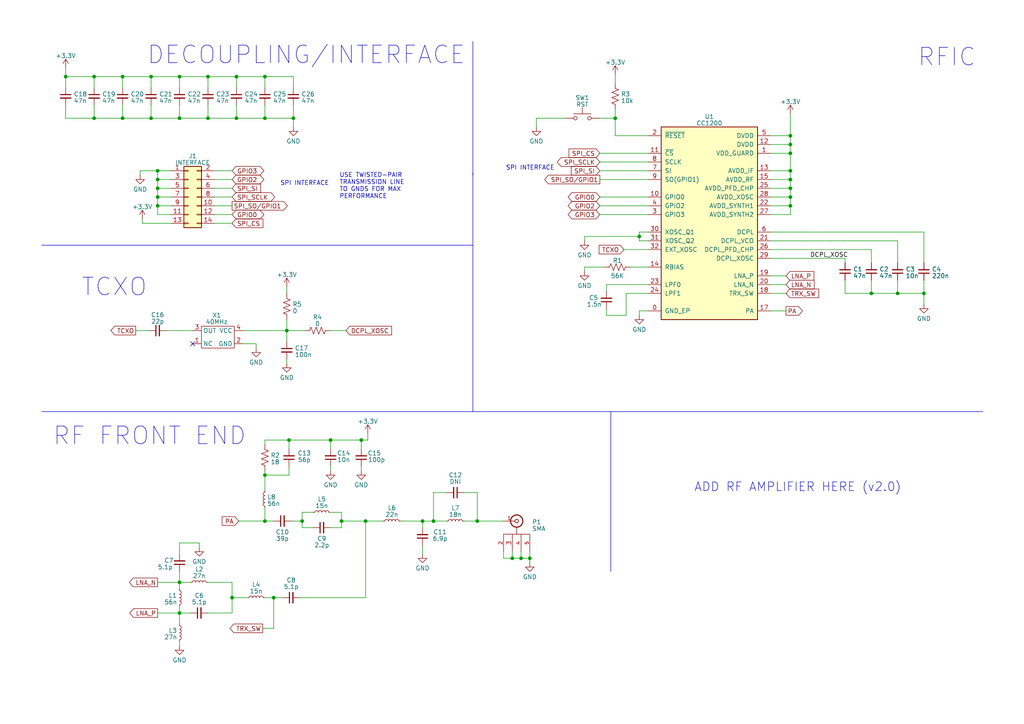
<source format=kicad_sch>
(kicad_sch (version 20230121) (generator eeschema)
  (paper "A4")
  (title_block (title "CC1200 Development Board") (date "11/12/2023") (rev "v1.0") (company "SOUTH CASCADE CONTRACTING LLC"))
  (lib_symbols
    (symbol "Connector_Generic:Conn_02x07_Odd_Even" (pin_names (offset 1.016) hide)
      (property "Reference" "J" (at 1.27 10.16 0))
      (property "Value" "Conn_02x07_Odd_Even" (at 1.27 -10.16 0))
      (symbol "Conn_02x07_Odd_Even_1_1"
        (rectangle (start -1.27 -7.493) (end 0 -7.747) (stroke (width 0.1524)))
        (rectangle (start -1.27 -4.953) (end 0 -5.207) (stroke (width 0.1524)))
        (rectangle (start -1.27 -2.413) (end 0 -2.667) (stroke (width 0.1524)))
        (rectangle (start -1.27 0.127) (end 0 -0.127) (stroke (width 0.1524)))
        (rectangle (start -1.27 2.667) (end 0 2.413) (stroke (width 0.1524)))
        (rectangle (start -1.27 5.207) (end 0 4.953) (stroke (width 0.1524)))
        (rectangle (start -1.27 7.747) (end 0 7.493) (stroke (width 0.1524)))
        (rectangle (start -1.27 8.89) (end 3.81 -8.89) (stroke (width 0.254)) (fill (type background)))
        (rectangle (start 3.81 -7.493) (end 2.54 -7.747) (stroke (width 0.1524)))
        (rectangle (start 3.81 -4.953) (end 2.54 -5.207) (stroke (width 0.1524)))
        (rectangle (start 3.81 -2.413) (end 2.54 -2.667) (stroke (width 0.1524)))
        (rectangle (start 3.81 0.127) (end 2.54 -0.127) (stroke (width 0.1524)))
        (rectangle (start 3.81 2.667) (end 2.54 2.413) (stroke (width 0.1524)))
        (rectangle (start 3.81 5.207) (end 2.54 4.953) (stroke (width 0.1524)))
        (rectangle (start 3.81 7.747) (end 2.54 7.493) (stroke (width 0.1524)))
        (pin passive line (at -5.08 7.62 0) (length 3.81) (name "Pin_1") (number "1"))
        (pin passive line (at 7.62 -2.54 180) (length 3.81) (name "Pin_10") (number "10"))
        (pin passive line (at -5.08 -5.08 0) (length 3.81) (name "Pin_11") (number "11"))
        (pin passive line (at 7.62 -5.08 180) (length 3.81) (name "Pin_12") (number "12"))
        (pin passive line (at -5.08 -7.62 0) (length 3.81) (name "Pin_13") (number "13"))
        (pin passive line (at 7.62 -7.62 180) (length 3.81) (name "Pin_14") (number "14"))
        (pin passive line (at 7.62 7.62 180) (length 3.81) (name "Pin_2") (number "2"))
        (pin passive line (at -5.08 5.08 0) (length 3.81) (name "Pin_3") (number "3"))
        (pin passive line (at 7.62 5.08 180) (length 3.81) (name "Pin_4") (number "4"))
        (pin passive line (at -5.08 2.54 0) (length 3.81) (name "Pin_5") (number "5"))
        (pin passive line (at 7.62 2.54 180) (length 3.81) (name "Pin_6") (number "6"))
        (pin passive line (at -5.08 0 0) (length 3.81) (name "Pin_7") (number "7"))
        (pin passive line (at 7.62 0 180) (length 3.81) (name "Pin_8") (number "8"))
        (pin passive line (at -5.08 -2.54 0) (length 3.81) (name "Pin_9") (number "9"))
      )
    )
    (symbol "Device:C_Small" (pin_numbers hide) (pin_names (offset 0.254) hide)
      (property "Reference" "C" (at 0.254 1.778 0))
      (property "Value" "C_Small" (at 0.254 -2.032 0))
      (symbol "C_Small_0_1"
        (polyline (pts (xy -1.524 -0.508) (xy 1.524 -0.508)) (stroke (width 0.3302)))
        (polyline (pts (xy -1.524 0.508) (xy 1.524 0.508)) (stroke (width 0.3048)))
      )
      (symbol "C_Small_1_1"
        (pin passive line (at 0 2.54 270) (length 2.032) (name "~") (number "1"))
        (pin passive line (at 0 -2.54 90) (length 2.032) (name "~") (number "2"))
      )
    )
    (symbol "Device:L_Small" (pin_numbers hide) (pin_names (offset 0.254) hide)
      (property "Reference" "L" (at 0.762 1.016 0))
      (property "Value" "L_Small" (at 0.762 -1.016 0))
      (symbol "L_Small_0_1"
        (arc (start 0 -2.032) (mid 0.5058 -1.524) (end 0 -1.016))
        (arc (start 0 -1.016) (mid 0.5058 -0.508) (end 0 0))
        (arc (start 0 0) (mid 0.5058 0.508) (end 0 1.016))
        (arc (start 0 1.016) (mid 0.5058 1.524) (end 0 2.032))
      )
      (symbol "L_Small_1_1"
        (pin passive line (at 0 2.54 270) (length 0.508) (name "~") (number "1"))
        (pin passive line (at 0 -2.54 90) (length 0.508) (name "~") (number "2"))
      )
    )
    (symbol "Device:R_US" (pin_numbers hide) (pin_names (offset 0))
      (property "Reference" "R" (at 2.54 0 90))
      (property "Value" "R_US" (at -2.54 0 90))
      (symbol "R_US_0_1"
        (polyline (pts (xy 0 -2.286) (xy 0 -2.54)))
        (polyline (pts (xy 0 2.286) (xy 0 2.54)))
        (polyline (pts (xy 0 -0.762) (xy 1.016 -1.143) (xy 0 -1.524) (xy -1.016 -1.905) (xy 0 -2.286)))
        (polyline (pts (xy 0 0.762) (xy 1.016 0.381) (xy 0 0) (xy -1.016 -0.381) (xy 0 -0.762)))
        (polyline (pts (xy 0 2.286) (xy 1.016 1.905) (xy 0 1.524) (xy -1.016 1.143) (xy 0 0.762)))
      )
      (symbol "R_US_1_1"
        (pin passive line (at 0 3.81 270) (length 1.27) (name "~") (number "1"))
        (pin passive line (at 0 -3.81 90) (length 1.27) (name "~") (number "2"))
      )
    )
    (symbol "RF:CC1200" (pin_names (offset 1.016))
      (property "Reference" "U1" (at 0 30.9499 0))
      (property "Value" "CC1200" (at 0 29.0289 0))
      (symbol "CC1200_0_1"
        (rectangle (start -13.97 27.94) (end 13.97 -27.94) (stroke (width 0.254)) (fill (type background)))
      )
      (symbol "CC1200_1_1"
        (pin power_in line (at -17.78 -25.4 0) (length 3.81) (name "GND_EP") (number "0"))
        (pin power_in line (at 17.78 20.32 180) (length 3.81) (name "VDD_GUARD") (number "1"))
        (pin bidirectional line (at -17.78 7.62 0) (length 3.81) (name "GPIO0") (number "10"))
        (pin input line (at -17.78 20.32 0) (length 3.81) (name "~{CS}") (number "11"))
        (pin power_in line (at 17.78 22.86 180) (length 3.81) (name "DVDD") (number "12"))
        (pin power_in line (at 17.78 15.24 180) (length 3.81) (name "AVDD_IF") (number "13"))
        (pin passive line (at -17.78 -12.7 0) (length 3.81) (name "RBIAS") (number "14"))
        (pin power_in line (at 17.78 12.7 180) (length 3.81) (name "AVDD_RF") (number "15"))
        (pin passive line (at 17.78 -25.4 180) (length 3.81) (name "PA") (number "17"))
        (pin passive line (at 17.78 -20.32 180) (length 3.81) (name "TRX_SW") (number "18"))
        (pin passive line (at 17.78 -15.24 180) (length 3.81) (name "LNA_P") (number "19"))
        (pin input line (at -17.78 25.4 0) (length 3.81) (name "~{RESET}") (number "2"))
        (pin passive line (at 17.78 -17.78 180) (length 3.81) (name "LNA_N") (number "20"))
        (pin power_out line (at 17.78 -5.08 180) (length 3.81) (name "DCPL_VCO") (number "21"))
        (pin power_in line (at 17.78 5.08 180) (length 3.81) (name "AVDD_SYNTH1") (number "22"))
        (pin passive line (at -17.78 -17.78 0) (length 3.81) (name "LPF0") (number "23"))
        (pin passive line (at -17.78 -20.32 0) (length 3.81) (name "LPF1") (number "24"))
        (pin power_in line (at 17.78 10.16 180) (length 3.81) (name "AVDD_PFD_CHP") (number "25"))
        (pin power_out line (at 17.78 -7.62 180) (length 3.81) (name "DCPL_PFD_CHP") (number "26"))
        (pin power_in line (at 17.78 2.54 180) (length 3.81) (name "AVDD_SYNTH2") (number "27"))
        (pin power_in line (at 17.78 7.62 180) (length 3.81) (name "AVDD_XOSC") (number "28"))
        (pin power_out line (at 17.78 -10.16 180) (length 3.81) (name "DCPL_XOSC") (number "29"))
        (pin bidirectional line (at -17.78 2.54 0) (length 3.81) (name "GPIO3") (number "3"))
        (pin passive line (at -17.78 -2.54 0) (length 3.81) (name "XOSC_Q1") (number "30"))
        (pin passive line (at -17.78 -5.08 0) (length 3.81) (name "XOSC_Q2") (number "31"))
        (pin input line (at -17.78 -7.62 0) (length 3.81) (name "EXT_XOSC") (number "32"))
        (pin bidirectional line (at -17.78 5.08 0) (length 3.81) (name "GPIO2") (number "4"))
        (pin power_in line (at 17.78 25.4 180) (length 3.81) (name "DVDD") (number "5"))
        (pin power_out line (at 17.78 -2.54 180) (length 3.81) (name "DCPL") (number "6"))
        (pin input line (at -17.78 15.24 0) (length 3.81) (name "SI") (number "7"))
        (pin input line (at -17.78 17.78 0) (length 3.81) (name "SCLK") (number "8"))
        (pin bidirectional line (at -17.78 12.7 0) (length 3.81) (name "SO(GPIO1)") (number "9"))
      )
    )
    (symbol "Switch:SW_Push" (pin_numbers hide) (pin_names (offset 1.016) hide)
      (property "Reference" "SW" (at 1.27 2.54 0))
      (property "Value" "SW_Push" (at 0 -1.524 0))
      (symbol "SW_Push_0_1"
        (circle (center -2.032 0) (radius 0.508))
        (polyline (pts (xy 0 1.27) (xy 0 3.048)))
        (polyline (pts (xy 2.54 1.27) (xy -2.54 1.27)))
        (circle (center 2.032 0) (radius 0.508))
        (pin passive line (at -5.08 0 0) (length 2.54) (name "1") (number "1"))
        (pin passive line (at 5.08 0 180) (length 2.54) (name "2") (number "2"))
      )
    )
    (symbol "TCXO:TG2520SMN-40.0000M"
      (property "Reference" "X1" (at 0 6.35 0))
      (property "Value" "40MHz" (at 0 4.445 0))
      (symbol "TG2520SMN-40.0000M_0_1"
        (rectangle (start -4.445 3.175) (end 5.08 -3.175))
      )
      (symbol "TG2520SMN-40.0000M_1_1"
        (pin input line (at -6.985 -1.905 0) (length 2.54) (name "NC") (number "1"))
        (pin input line (at 7.62 -1.905 180) (length 2.54) (name "GND") (number "2"))
        (pin output line (at -6.985 1.905 0) (length 2.54) (name "OUT") (number "3"))
        (pin input line (at 7.62 1.905 180) (length 2.54) (name "VCC") (number "4"))
      )
    )
    (symbol "amsat_te_amp:SMA" (pin_names (offset 1.016) hide)
      (property "Reference" "P" (at 0.254 3.048 0))
      (property "Value" "SMA" (at 2.794 -1.524 90))
      (symbol "SMA_0_1"
        (polyline (pts (xy -3.81 -3.81) (xy 3.81 -3.81)))
        (polyline (pts (xy 0 -3.81) (xy 0 -1.778)))
        (circle (center 0 0) (radius 0.508) (stroke (width 0.2032)))
        (circle (center 0 0) (radius 1.778) (stroke (width 0.3048)))
      )
      (symbol "SMA_1_1"
        (pin passive line (at -3.81 0 0) (length 3.302) (name "In") (number "1"))
        (pin passive line (at -3.81 -8.89 90) (length 5.08) (name "Body") (number "2"))
        (pin input line (at -1.27 -8.89 90) (length 5.08) (name "3") (number "3"))
        (pin passive line (at 1.27 -8.89 90) (length 5.08) (name "4") (number "4"))
        (pin passive line (at 3.81 -8.89 90) (length 5.08) (name "5") (number "5"))
      )
    )
    (symbol "power:+3.3V" (power) (pin_names (offset 0))
      (property "Value" "+3.3V" (at 0 3.556 0))
      (symbol "+3.3V_0_1"
        (polyline (pts (xy -0.762 1.27) (xy 0 2.54)))
        (polyline (pts (xy 0 0) (xy 0 2.54)))
        (polyline (pts (xy 0 2.54) (xy 0.762 1.27)))
      )
      (symbol "+3.3V_1_1"
        (pin power_in line (at 0 0 90) (length 0) hide (name "+3.3V") (number "1"))
      )
    )
    (symbol "power:GND" (power) (pin_names (offset 0))
      (property "Value" "GND" (at 0 -3.81 0))
      (symbol "GND_0_1"
        (polyline (pts (xy 0 0) (xy 0 -1.27) (xy 1.27 -1.27) (xy 0 -2.54) (xy -1.27 -1.27) (xy 0 -1.27)))
      )
      (symbol "GND_1_1"
        (pin power_in line (at 0 0 270) (length 0) hide (name "GND") (number "1"))
      )
    )
  )
  (junction (at 27.305 34.29))
  (junction (at 148.59 161.925))
  (junction (at 125.73 151.13))
  (junction (at 122.555 151.13))
  (junction (at 76.835 34.29))
  (junction (at 85.09 34.29))
  (junction (at 178.435 34.29))
  (junction (at 229.235 44.45))
  (junction (at 52.07 177.8))
  (junction (at 52.07 34.29))
  (junction (at 43.815 22.225))
  (junction (at 83.82 127.635))
  (junction (at 76.835 151.13))
  (junction (at 45.72 52.07))
  (junction (at 43.815 34.29))
  (junction (at 99.06 151.13))
  (junction (at 27.305 22.225))
  (junction (at 104.775 127.635))
  (junction (at 52.07 22.225))
  (junction (at 229.235 41.91))
  (junction (at 229.235 49.53))
  (junction (at 252.73 85.09))
  (junction (at 45.72 49.53))
  (junction (at 106.045 151.13))
  (junction (at 87.63 151.13))
  (junction (at 76.835 22.225))
  (junction (at 260.35 85.09))
  (junction (at 45.72 59.69))
  (junction (at 68.58 22.225))
  (junction (at 52.07 168.91))
  (junction (at 229.235 39.37))
  (junction (at 229.235 52.07))
  (junction (at 95.885 127.635))
  (junction (at 67.31 173.355))
  (junction (at 151.13 161.925))
  (junction (at 35.56 22.225))
  (junction (at 76.835 137.795))
  (junction (at 138.43 151.13))
  (junction (at 229.235 59.69))
  (junction (at 229.235 57.15))
  (junction (at 83.185 95.885))
  (junction (at 35.56 34.29))
  (junction (at 19.05 22.225))
  (junction (at 229.235 54.61))
  (junction (at 68.58 34.29))
  (junction (at 60.325 22.225))
  (junction (at 267.97 85.09))
  (junction (at 45.72 57.15))
  (junction (at 45.72 54.61))
  (junction (at 79.375 173.355))
  (junction (at 185.42 68.58))
  (junction (at 60.325 34.29))
  (junction (at 153.67 161.925))
  (no_connect (at 55.88 99.695))
  (wire (pts (xy 95.885 127.635) (xy 104.775 127.635)))
  (wire (pts (xy 19.05 19.685) (xy 19.05 22.225)))
  (wire (pts (xy 68.58 22.225) (xy 68.58 25.4)))
  (wire (pts (xy 223.52 72.39) (xy 252.73 72.39)))
  (wire (pts (xy 229.235 33.02) (xy 229.235 39.37)))
  (wire (pts (xy 138.43 142.875) (xy 138.43 151.13)))
  (wire (pts (xy 49.53 64.77) (xy 41.275 64.77)))
  (wire (pts (xy 185.42 90.17) (xy 185.42 91.44)))
  (wire (pts (xy 185.42 69.85) (xy 187.96 69.85)))
  (wire (pts (xy 67.31 177.8) (xy 67.31 173.355)))
  (wire (pts (xy 27.305 30.48) (xy 27.305 34.29)))
  (wire (pts (xy 60.325 177.8) (xy 67.31 177.8)))
  (wire (pts (xy 173.99 44.45) (xy 187.96 44.45)))
  (wire (pts (xy 260.35 81.28) (xy 260.35 85.09)))
  (wire (pts (xy 229.235 49.53) (xy 229.235 52.07)))
  (wire (pts (xy 229.235 41.91) (xy 229.235 44.45)))
  (wire (pts (xy 106.68 125.73) (xy 106.68 127.635)))
  (wire (pts (xy 52.07 165.735) (xy 52.07 168.91)))
  (wire (pts (xy 52.07 157.48) (xy 57.785 157.48)))
  (wire (pts (xy 122.555 151.13) (xy 122.555 153.035)))
  (wire (pts (xy 68.58 30.48) (xy 68.58 34.29)))
  (polyline (pts (xy 177.165 119.38) (xy 285.115 119.38)))
  (wire (pts (xy 43.815 22.225) (xy 43.815 25.4)))
  (wire (pts (xy 173.99 34.29) (xy 178.435 34.29)))
  (wire (pts (xy 95.885 148.59) (xy 99.06 148.59)))
  (wire (pts (xy 122.555 151.13) (xy 125.73 151.13)))
  (wire (pts (xy 173.99 46.99) (xy 187.96 46.99)))
  (wire (pts (xy 52.07 175.895) (xy 52.07 177.8)))
  (wire (pts (xy 182.88 77.47) (xy 187.96 77.47)))
  (wire (pts (xy 173.99 59.69) (xy 187.96 59.69)))
  (wire (pts (xy 76.835 127.635) (xy 76.835 128.905)))
  (wire (pts (xy 35.56 22.225) (xy 43.815 22.225)))
  (wire (pts (xy 223.52 54.61) (xy 229.235 54.61)))
  (wire (pts (xy 173.99 49.53) (xy 187.96 49.53)))
  (polyline (pts (xy 137.16 12.065) (xy 137.16 119.38)))
  (wire (pts (xy 45.72 49.53) (xy 45.72 52.07)))
  (wire (pts (xy 52.07 160.655) (xy 52.07 157.48)))
  (wire (pts (xy 223.52 49.53) (xy 229.235 49.53)))
  (wire (pts (xy 35.56 22.225) (xy 35.56 25.4)))
  (wire (pts (xy 35.56 30.48) (xy 35.56 34.29)))
  (wire (pts (xy 116.205 151.13) (xy 122.555 151.13)))
  (wire (pts (xy 95.885 135.255) (xy 95.885 136.525)))
  (wire (pts (xy 175.895 84.455) (xy 175.895 82.55)))
  (wire (pts (xy 175.895 82.55) (xy 187.96 82.55)))
  (wire (pts (xy 223.52 44.45) (xy 229.235 44.45)))
  (wire (pts (xy 87.63 151.13) (xy 84.455 151.13)))
  (wire (pts (xy 129.54 142.875) (xy 125.73 142.875)))
  (wire (pts (xy 49.53 49.53) (xy 45.72 49.53)))
  (wire (pts (xy 83.82 127.635) (xy 76.835 127.635)))
  (wire (pts (xy 76.835 137.795) (xy 83.82 137.795)))
  (wire (pts (xy 45.72 59.69) (xy 45.72 62.23)))
  (wire (pts (xy 52.07 34.29) (xy 43.815 34.29)))
  (wire (pts (xy 83.185 104.14) (xy 83.185 105.41)))
  (wire (pts (xy 252.73 81.28) (xy 252.73 85.09)))
  (wire (pts (xy 83.185 92.71) (xy 83.185 95.885)))
  (polyline (pts (xy 12.065 119.38) (xy 177.165 119.38)))
  (wire (pts (xy 45.72 168.91) (xy 52.07 168.91)))
  (wire (pts (xy 43.815 30.48) (xy 43.815 34.29)))
  (wire (pts (xy 87.63 153.035) (xy 90.805 153.035)))
  (wire (pts (xy 173.99 52.07) (xy 187.96 52.07)))
  (wire (pts (xy 43.815 34.29) (xy 35.56 34.29)))
  (wire (pts (xy 76.2 182.245) (xy 79.375 182.245)))
  (wire (pts (xy 45.72 52.07) (xy 45.72 54.61)))
  (wire (pts (xy 76.835 147.32) (xy 76.835 151.13)))
  (wire (pts (xy 178.435 21.59) (xy 178.435 24.13)))
  (wire (pts (xy 76.835 22.225) (xy 85.09 22.225)))
  (wire (pts (xy 52.07 22.225) (xy 60.325 22.225)))
  (wire (pts (xy 45.72 52.07) (xy 49.53 52.07)))
  (wire (pts (xy 175.895 91.44) (xy 175.895 89.535)))
  (wire (pts (xy 62.23 57.15) (xy 67.31 57.15)))
  (wire (pts (xy 229.235 54.61) (xy 229.235 57.15)))
  (wire (pts (xy 76.835 30.48) (xy 76.835 34.29)))
  (wire (pts (xy 104.775 127.635) (xy 106.68 127.635)))
  (wire (pts (xy 60.325 34.29) (xy 68.58 34.29)))
  (wire (pts (xy 45.72 57.15) (xy 45.72 59.69)))
  (wire (pts (xy 69.215 151.13) (xy 76.835 151.13)))
  (wire (pts (xy 52.07 177.8) (xy 55.245 177.8)))
  (polyline (pts (xy 12.065 71.12) (xy 137.16 71.12)))
  (wire (pts (xy 181.61 85.09) (xy 187.96 85.09)))
  (wire (pts (xy 134.62 151.13) (xy 138.43 151.13)))
  (wire (pts (xy 185.42 68.58) (xy 169.545 68.58)))
  (wire (pts (xy 178.435 34.29) (xy 178.435 39.37)))
  (wire (pts (xy 245.11 74.93) (xy 245.11 76.2)))
  (wire (pts (xy 27.305 22.225) (xy 35.56 22.225)))
  (wire (pts (xy 223.52 57.15) (xy 229.235 57.15)))
  (wire (pts (xy 223.52 82.55) (xy 227.965 82.55)))
  (wire (pts (xy 146.05 161.925) (xy 148.59 161.925)))
  (wire (pts (xy 181.61 91.44) (xy 175.895 91.44)))
  (wire (pts (xy 151.13 161.925) (xy 153.67 161.925)))
  (wire (pts (xy 173.99 62.23) (xy 187.96 62.23)))
  (wire (pts (xy 229.235 59.69) (xy 229.235 62.23)))
  (wire (pts (xy 67.31 173.355) (xy 71.755 173.355)))
  (wire (pts (xy 185.42 90.17) (xy 187.96 90.17)))
  (wire (pts (xy 223.52 39.37) (xy 229.235 39.37)))
  (wire (pts (xy 106.045 151.13) (xy 106.045 173.355)))
  (wire (pts (xy 60.325 30.48) (xy 60.325 34.29)))
  (wire (pts (xy 76.835 136.525) (xy 76.835 137.795)))
  (wire (pts (xy 48.26 95.885) (xy 55.88 95.885)))
  (wire (pts (xy 146.05 160.02) (xy 146.05 161.925)))
  (wire (pts (xy 52.07 177.8) (xy 52.07 180.975)))
  (wire (pts (xy 173.99 57.15) (xy 187.96 57.15)))
  (wire (pts (xy 153.67 161.925) (xy 153.67 163.195)))
  (wire (pts (xy 148.59 160.02) (xy 148.59 161.925)))
  (wire (pts (xy 49.53 59.69) (xy 45.72 59.69)))
  (wire (pts (xy 122.555 158.115) (xy 122.555 160.655)))
  (wire (pts (xy 35.56 34.29) (xy 27.305 34.29)))
  (wire (pts (xy 229.235 44.45) (xy 229.235 49.53)))
  (wire (pts (xy 125.73 151.13) (xy 129.54 151.13)))
  (wire (pts (xy 40.64 49.53) (xy 45.72 49.53)))
  (wire (pts (xy 169.545 77.47) (xy 175.26 77.47)))
  (wire (pts (xy 85.09 25.4) (xy 85.09 22.225)))
  (wire (pts (xy 181.61 85.09) (xy 181.61 91.44)))
  (wire (pts (xy 60.325 22.225) (xy 60.325 25.4)))
  (polyline (pts (xy 177.165 165.735) (xy 177.165 119.38)))
  (wire (pts (xy 52.07 168.91) (xy 55.245 168.91)))
  (wire (pts (xy 151.13 160.02) (xy 151.13 161.925)))
  (wire (pts (xy 95.885 95.885) (xy 100.33 95.885)))
  (wire (pts (xy 70.485 95.885) (xy 83.185 95.885)))
  (wire (pts (xy 223.52 85.09) (xy 227.965 85.09)))
  (wire (pts (xy 79.375 173.355) (xy 79.375 182.245)))
  (wire (pts (xy 95.885 127.635) (xy 95.885 130.175)))
  (wire (pts (xy 19.05 34.29) (xy 19.05 30.48)))
  (wire (pts (xy 106.045 151.13) (xy 111.125 151.13)))
  (wire (pts (xy 19.05 25.4) (xy 19.05 22.225)))
  (wire (pts (xy 87.63 148.59) (xy 90.805 148.59)))
  (wire (pts (xy 62.23 59.69) (xy 67.31 59.69)))
  (wire (pts (xy 49.53 62.23) (xy 45.72 62.23)))
  (wire (pts (xy 153.67 161.925) (xy 153.67 160.02)))
  (wire (pts (xy 39.37 95.885) (xy 43.18 95.885)))
  (wire (pts (xy 87.63 151.13) (xy 87.63 153.035)))
  (wire (pts (xy 83.82 130.175) (xy 83.82 127.635)))
  (wire (pts (xy 245.11 81.28) (xy 245.11 85.09)))
  (wire (pts (xy 62.23 62.23) (xy 67.31 62.23)))
  (wire (pts (xy 99.06 151.13) (xy 99.06 153.035)))
  (wire (pts (xy 67.31 168.91) (xy 60.325 168.91)))
  (wire (pts (xy 155.575 34.29) (xy 155.575 36.83)))
  (polyline (pts (xy 137.16 50.8) (xy 137.16 50.165)))
  (wire (pts (xy 104.775 135.255) (xy 104.775 136.525)))
  (wire (pts (xy 223.52 90.17) (xy 227.965 90.17)))
  (wire (pts (xy 45.72 54.61) (xy 49.53 54.61)))
  (wire (pts (xy 185.42 67.31) (xy 185.42 68.58)))
  (wire (pts (xy 52.07 30.48) (xy 52.07 34.29)))
  (wire (pts (xy 252.73 72.39) (xy 252.73 76.2)))
  (wire (pts (xy 134.62 142.875) (xy 138.43 142.875)))
  (wire (pts (xy 83.185 95.885) (xy 88.265 95.885)))
  (wire (pts (xy 60.325 22.225) (xy 68.58 22.225)))
  (wire (pts (xy 83.185 95.885) (xy 83.185 99.06)))
  (wire (pts (xy 169.545 77.47) (xy 169.545 78.74)))
  (wire (pts (xy 178.435 31.75) (xy 178.435 34.29)))
  (wire (pts (xy 229.235 39.37) (xy 229.235 41.91)))
  (wire (pts (xy 229.235 57.15) (xy 229.235 59.69)))
  (wire (pts (xy 267.97 85.09) (xy 267.97 88.265)))
  (wire (pts (xy 76.835 173.355) (xy 79.375 173.355)))
  (wire (pts (xy 260.35 85.09) (xy 267.97 85.09)))
  (wire (pts (xy 125.73 142.875) (xy 125.73 151.13)))
  (wire (pts (xy 267.97 85.09) (xy 267.97 81.28)))
  (wire (pts (xy 223.52 69.85) (xy 260.35 69.85)))
  (wire (pts (xy 41.275 63.5) (xy 41.275 64.77)))
  (wire (pts (xy 45.72 54.61) (xy 45.72 57.15)))
  (wire (pts (xy 68.58 22.225) (xy 76.835 22.225)))
  (wire (pts (xy 62.23 49.53) (xy 67.31 49.53)))
  (wire (pts (xy 163.83 34.29) (xy 155.575 34.29)))
  (wire (pts (xy 52.07 168.91) (xy 52.07 170.815)))
  (wire (pts (xy 169.545 68.58) (xy 169.545 69.85)))
  (wire (pts (xy 223.52 74.93) (xy 245.11 74.93)))
  (wire (pts (xy 138.43 151.13) (xy 146.05 151.13)))
  (wire (pts (xy 43.815 22.225) (xy 52.07 22.225)))
  (wire (pts (xy 185.42 68.58) (xy 185.42 69.85)))
  (wire (pts (xy 223.52 52.07) (xy 229.235 52.07)))
  (wire (pts (xy 76.835 151.13) (xy 79.375 151.13)))
  (wire (pts (xy 83.82 137.795) (xy 83.82 135.255)))
  (wire (pts (xy 245.11 85.09) (xy 252.73 85.09)))
  (wire (pts (xy 62.23 64.77) (xy 67.31 64.77)))
  (wire (pts (xy 62.23 52.07) (xy 67.31 52.07)))
  (wire (pts (xy 267.97 67.31) (xy 267.97 76.2)))
  (wire (pts (xy 79.375 173.355) (xy 81.915 173.355)))
  (wire (pts (xy 180.975 72.39) (xy 187.96 72.39)))
  (wire (pts (xy 85.09 34.29) (xy 85.09 36.83)))
  (wire (pts (xy 187.96 67.31) (xy 185.42 67.31)))
  (wire (pts (xy 187.96 39.37) (xy 178.435 39.37)))
  (wire (pts (xy 68.58 34.29) (xy 76.835 34.29)))
  (wire (pts (xy 85.09 30.48) (xy 85.09 34.29)))
  (wire (pts (xy 76.835 22.225) (xy 76.835 25.4)))
  (wire (pts (xy 83.82 127.635) (xy 95.885 127.635)))
  (wire (pts (xy 76.835 34.29) (xy 85.09 34.29)))
  (wire (pts (xy 45.72 177.8) (xy 52.07 177.8)))
  (wire (pts (xy 74.295 99.695) (xy 74.295 100.965)))
  (wire (pts (xy 27.305 34.29) (xy 19.05 34.29)))
  (wire (pts (xy 86.995 173.355) (xy 106.045 173.355)))
  (wire (pts (xy 148.59 161.925) (xy 151.13 161.925)))
  (wire (pts (xy 62.23 54.61) (xy 67.31 54.61)))
  (wire (pts (xy 229.235 52.07) (xy 229.235 54.61)))
  (wire (pts (xy 104.775 127.635) (xy 104.775 130.175)))
  (wire (pts (xy 223.52 62.23) (xy 229.235 62.23)))
  (wire (pts (xy 52.07 22.225) (xy 52.07 25.4)))
  (wire (pts (xy 252.73 85.09) (xy 260.35 85.09)))
  (wire (pts (xy 27.305 22.225) (xy 27.305 25.4)))
  (wire (pts (xy 223.52 41.91) (xy 229.235 41.91)))
  (wire (pts (xy 99.06 151.13) (xy 106.045 151.13)))
  (wire (pts (xy 223.52 80.01) (xy 227.965 80.01)))
  (wire (pts (xy 45.72 57.15) (xy 49.53 57.15)))
  (wire (pts (xy 70.485 99.695) (xy 74.295 99.695)))
  (wire (pts (xy 40.64 49.53) (xy 40.64 50.8)))
  (wire (pts (xy 87.63 148.59) (xy 87.63 151.13)))
  (wire (pts (xy 99.06 153.035) (xy 95.885 153.035)))
  (wire (pts (xy 99.06 148.59) (xy 99.06 151.13)))
  (wire (pts (xy 52.07 34.29) (xy 60.325 34.29)))
  (wire (pts (xy 223.52 67.31) (xy 267.97 67.31)))
  (wire (pts (xy 260.35 69.85) (xy 260.35 76.2)))
  (wire (pts (xy 67.31 173.355) (xy 67.31 168.91)))
  (wire (pts (xy 76.835 137.795) (xy 76.835 142.24)))
  (wire (pts (xy 19.05 22.225) (xy 27.305 22.225)))
  (wire (pts (xy 223.52 59.69) (xy 229.235 59.69)))
  (wire (pts (xy 83.185 83.185) (xy 83.185 85.09)))
  (wire (pts (xy 57.785 157.48) (xy 57.785 158.75)))
  (wire (pts (xy 52.07 186.055) (xy 52.07 187.325)))
  (text "RFIC" (at 266.065 19.685 0) (effects (font (size 5.08 5.08)) (justify left bottom)))
  (text "TCXO" (at 23.495 86.36 0) (effects (font (size 5.08 5.08)) (justify left bottom)))
  (text "RF FRONT END\n" (at 15.24 129.54 0) (effects (font (size 5.08 5.08)) (justify left bottom)))
  (text "ADD RF AMPLIFIER HERE (v2.0)" (at 201.295 142.875 0) (effects (font (size 2.54 2.54)) (justify left bottom)))
  (text "DECOUPLING/INTERFACE\n" (at 42.545 19.05 0) (effects (font (size 5.08 5.08)) (justify left bottom)))
  (text "USE TWISTED-PAIR \nTRANSMISSION LINE\nTO GNDS FOR MAX\nPERFORMANCE" (at 98.425 57.785 0) (effects (font (size 1.27 1.27)) (justify left bottom)))
  (text "SPI INTERFACE\n" (at 81.28 53.975 0) (effects (font (size 1.27 1.27)) (justify left bottom)))
  (text "SPI INTERFACE\n" (at 146.685 49.53 0) (effects (font (size 1.27 1.27)) (justify left bottom)))
  (label "PA_PULLUP" (at 76.835 140.97 0))
  (label "RX_IN" (at 62.865 168.91 0))
  (label "ANT_OUT_C" (at 118.745 151.13 0))
  (label "DCPL_PFD_CHP" (at 234.95 72.39 0))
  (label "DCPL_VCO" (at 234.95 69.85 0))
  (label "LFP1" (at 181.61 85.09 0))
  (label "DCPL_XOSC" (at 234.95 74.93 0))
  (label "PA_OUT" (at 85.725 151.13 0))
  (label "ANT_OUT" (at 139.7 151.13 0))
  (label "DCPL" (at 234.95 67.31 0))
  (label "TCXO_OUT" (at 48.895 95.885 0) (effects (font (size 0.254 0.254))))
  (label "RESET" (at 179.705 39.37 0))
  (label "FILTER_IN" (at 100.965 151.13 0))
  (label "LFP0" (at 181.61 82.55 0))
  (global_label "GPIO3" (shape bidirectional) (at 67.31 49.53 0) (property "Intersheetrefs" "${INTERSHEET_REFS}" (effects hide)))
  (global_label "SPI_CS" (shape input) (at 173.99 44.45 180) (property "Intersheetrefs" "${INTERSHEET_REFS}" (effects hide)))
  (global_label "PA" (shape output) (at 227.965 90.17 0) (property "Intersheetrefs" "${INTERSHEET_REFS}" (effects hide)))
  (global_label "LNA_P" (shape output) (at 45.72 177.8 180) (property "Intersheetrefs" "${INTERSHEET_REFS}" (effects hide)))
  (global_label "SPI_SO{slash}GPIO1" (shape output) (at 173.99 52.07 180) (property "Intersheetrefs" "${INTERSHEET_REFS}" (effects hide)))
  (global_label "LNA_P" (shape input) (at 227.965 80.01 0) (property "Intersheetrefs" "${INTERSHEET_REFS}" (effects hide)))
  (global_label "TRX_SW" (shape output) (at 76.2 182.245 180) (property "Intersheetrefs" "${INTERSHEET_REFS}" (effects hide)))
  (global_label "TCXO" (shape output) (at 39.37 95.885 180) (property "Intersheetrefs" "${INTERSHEET_REFS}" (effects hide)))
  (global_label "SPI_SI" (shape input) (at 67.31 54.61 0) (property "Intersheetrefs" "${INTERSHEET_REFS}" (effects hide)))
  (global_label "DCPL_XOSC" (shape input) (at 100.33 95.885 0) (property "Intersheetrefs" "${INTERSHEET_REFS}" (effects hide)))
  (global_label "SPI_SI" (shape input) (at 173.99 49.53 180) (property "Intersheetrefs" "${INTERSHEET_REFS}" (effects hide)))
  (global_label "TCXO" (shape input) (at 180.975 72.39 180) (property "Intersheetrefs" "${INTERSHEET_REFS}" (effects hide)))
  (global_label "LNA_N" (shape output) (at 45.72 168.91 180) (property "Intersheetrefs" "${INTERSHEET_REFS}" (effects hide)))
  (global_label "GPIO0" (shape bidirectional) (at 67.31 62.23 0) (property "Intersheetrefs" "${INTERSHEET_REFS}" (effects hide)))
  (global_label "SPI_CS" (shape input) (at 67.31 64.77 0) (property "Intersheetrefs" "${INTERSHEET_REFS}" (effects hide)))
  (global_label "GPIO3" (shape bidirectional) (at 173.99 62.23 180) (property "Intersheetrefs" "${INTERSHEET_REFS}" (effects hide)))
  (global_label "GPIO2" (shape bidirectional) (at 67.31 52.07 0) (property "Intersheetrefs" "${INTERSHEET_REFS}" (effects hide)))
  (global_label "SPI_SO{slash}GPIO1" (shape output) (at 67.31 59.69 0) (property "Intersheetrefs" "${INTERSHEET_REFS}" (effects hide)))
  (global_label "TRX_SW" (shape input) (at 227.965 85.09 0) (property "Intersheetrefs" "${INTERSHEET_REFS}" (effects hide)))
  (global_label "LNA_N" (shape input) (at 227.965 82.55 0) (property "Intersheetrefs" "${INTERSHEET_REFS}" (effects hide)))
  (global_label "GPIO2" (shape bidirectional) (at 173.99 59.69 180) (property "Intersheetrefs" "${INTERSHEET_REFS}" (effects hide)))
  (global_label "SPI_SCLK" (shape bidirectional) (at 173.99 46.99 180) (property "Intersheetrefs" "${INTERSHEET_REFS}" (effects hide)))
  (global_label "PA" (shape input) (at 69.215 151.13 180) (property "Intersheetrefs" "${INTERSHEET_REFS}" (effects hide)))
  (global_label "GPIO0" (shape bidirectional) (at 173.99 57.15 180) (property "Intersheetrefs" "${INTERSHEET_REFS}" (effects hide)))
  (global_label "SPI_SCLK" (shape bidirectional) (at 67.31 57.15 0) (property "Intersheetrefs" "${INTERSHEET_REFS}" (effects hide)))
  (symbol (lib_id "Device:C_Small") (at 122.555 155.575 180) (unit 1)
    (property "Reference" "C11" (at 127.635 154.305 0))
    (property "Value" "6.9p" (at 127.635 156.21 0))
    (property "Footprint" "Capacitor_SMD:C_0402_1005Metric_Pad0.74x0.62mm_HandSolder" (effects hide))
    (property "Datasheet" "https://www.mouser.com/ProductDetail/Murata-Electronics/GJM1555C1H6R9BB01D?qs=YLLXL5qGyDsEYZHuaZzB0A%3D%3D" (effects hide))
  )
  (symbol (lib_id "power:GND") (at 57.785 158.75 0) (unit 1)
    (property "Reference" "#PWR07" (effects hide))
    (property "Value" "GND" (at 57.785 162.8855 0))
  )
  (symbol (lib_id "power:GND") (at 104.775 136.525 0) (unit 1)
    (property "Reference" "#PWR011" (effects hide))
    (property "Value" "GND" (at 104.775 140.6605 0))
  )
  (symbol (lib_id "Device:C_Small") (at 76.835 27.94 0) (unit 1)
    (property "Reference" "C25" (at 79.1591 27.3026 0) (effects (justify left)))
    (property "Value" "47n" (at 79.1591 29.2236 0) (effects (justify left)))
    (property "Footprint" "Capacitor_SMD:C_0402_1005Metric_Pad0.74x0.62mm_HandSolder" (effects hide))
    (property "Datasheet" "https://www.mouser.com/datasheet/2/281/1/GRM155R71C473JA01_01A-1983976.pdf" (effects hide))
    (property "Name" "GRM155R71C473JA01D" (effects hide))
  )
  (symbol (lib_id "Device:L_Small") (at 52.07 183.515 0) (unit 1)
    (property "Reference" "L3" (at 48.895 182.88 0) (effects (justify left)))
    (property "Value" "27n" (at 47.625 184.785 0) (effects (justify left)))
    (property "Footprint" "Inductor_SMD:L_0402_1005Metric_Pad0.77x0.64mm_HandSolder" (effects hide))
    (property "Name" "7447840127" (effects hide))
  )
  (symbol (lib_id "Device:C_Small") (at 19.05 27.94 0) (unit 1)
    (property "Reference" "C18" (at 21.3741 27.3026 0) (effects (justify left)))
    (property "Value" "47n" (at 21.3741 29.2236 0) (effects (justify left)))
    (property "Footprint" "Capacitor_SMD:C_0402_1005Metric_Pad0.74x0.62mm_HandSolder" (effects hide))
    (property "Datasheet" "https://www.mouser.com/datasheet/2/281/1/GRM155R71C473JA01_01A-1983976.pdf" (effects hide))
    (property "Name" "GRM155R71C473JA01D" (effects hide))
  )
  (symbol (lib_id "Device:C_Small") (at 60.325 27.94 0) (unit 1)
    (property "Reference" "C23" (at 62.6491 27.3026 0) (effects (justify left)))
    (property "Value" "47n" (at 62.6491 29.2236 0) (effects (justify left)))
    (property "Footprint" "Capacitor_SMD:C_0402_1005Metric_Pad0.74x0.62mm_HandSolder" (effects hide))
    (property "Datasheet" "https://www.mouser.com/datasheet/2/281/1/GRM155R71C473JA01_01A-1983976.pdf" (effects hide))
    (property "Name" "GRM155R71C473JA01D" (effects hide))
  )
  (symbol (lib_id "power:+3.3V") (at 19.05 19.685 0) (unit 1)
    (property "Reference" "#PWR017" (effects hide))
    (property "Value" "+3.3V" (at 19.05 16.1831 0))
  )
  (symbol (lib_id "power:+3.3V") (at 41.275 63.5 0) (unit 1)
    (property "Reference" "#PWR023" (effects hide))
    (property "Value" "+3.3V" (at 41.275 59.9981 0))
  )
  (symbol (lib_id "Device:C_Small") (at 57.785 177.8 90) (unit 1)
    (property "Reference" "C6" (at 57.785 172.72 90))
    (property "Value" "5.1p" (at 57.785 174.625 90))
    (property "Footprint" "Capacitor_SMD:C_0402_1005Metric_Pad0.74x0.62mm_HandSolder" (effects hide))
    (property "Name" "GRM0335C1H5R1CA01D" (effects hide))
  )
  (symbol (lib_id "power:+3.3V") (at 178.435 21.59 0) (unit 1)
    (property "Reference" "#PWR021" (effects hide))
    (property "Value" "+3.3V" (at 178.435 18.0881 0))
  )
  (symbol (lib_id "RF:CC1200") (at 205.74 64.77 0) (unit 1)
    (property "Reference" "U1" (at 205.74 33.8201 0))
    (property "Value" "CC1200" (at 205.74 35.7411 0))
    (property "Footprint" "TI_Custom:CC1200" (effects hide))
    (property "Datasheet" "http://www.ti.com/lit/ds/symlink/cc1200.pdf" (effects hide))
    (property "Name" "CC1200" (effects hide))
  )
  (symbol (lib_id "Device:C_Small") (at 252.73 78.74 180) (unit 1)
    (property "Reference" "C2" (at 255.0541 78.0899 0) (effects (justify right)))
    (property "Value" "47n" (at 255.0541 80.0109 0) (effects (justify right)))
    (property "Footprint" "Capacitor_SMD:C_0402_1005Metric_Pad0.74x0.62mm_HandSolder" (effects hide))
    (property "Datasheet" "https://www.mouser.com/datasheet/2/281/1/GRM155R71C473JA01_01A-1983976.pdf" (effects hide))
    (property "Name" "GRM155R71C473JA01D" (effects hide))
  )
  (symbol (lib_id "Device:C_Small") (at 267.97 78.74 180) (unit 1)
    (property "Reference" "C4" (at 270.2941 78.0899 0) (effects (justify right)))
    (property "Value" "220n" (at 270.2941 80.0109 0) (effects (justify right)))
    (property "Footprint" "Capacitor_SMD:C_0402_1005Metric_Pad0.74x0.62mm_HandSolder" (effects hide))
    (property "Datasheet" "https://www.mouser.com/datasheet/2/281/1/GRM155R61E224KE01_01A-1983877.pdf" (effects hide))
    (property "Name" "GRM155R61E224KE01D" (effects hide))
  )
  (symbol (lib_id "Device:C_Small") (at 85.09 27.94 0) (unit 1)
    (property "Reference" "C26" (at 87.4141 27.3026 0) (effects (justify left)))
    (property "Value" "47n" (at 87.4141 29.2236 0) (effects (justify left)))
    (property "Footprint" "Capacitor_SMD:C_0402_1005Metric_Pad0.74x0.62mm_HandSolder" (effects hide))
    (property "Datasheet" "https://www.mouser.com/datasheet/2/281/1/GRM155R71C473JA01_01A-1983976.pdf" (effects hide))
    (property "Name" "GRM155R71C473JA01D" (effects hide))
  )
  (symbol (lib_id "power:+3.3V") (at 229.235 33.02 0) (unit 1)
    (property "Reference" "#PWR01" (effects hide))
    (property "Value" "+3.3V" (at 229.235 29.5181 0))
  )
  (symbol (lib_id "Device:C_Small") (at 35.56 27.94 0) (unit 1)
    (property "Reference" "C20" (at 37.8841 27.3026 0) (effects (justify left)))
    (property "Value" "47n" (at 37.8841 29.2236 0) (effects (justify left)))
    (property "Footprint" "Capacitor_SMD:C_0402_1005Metric_Pad0.74x0.62mm_HandSolder" (effects hide))
    (property "Datasheet" "https://www.mouser.com/datasheet/2/281/1/GRM155R71C473JA01_01A-1983976.pdf" (effects hide))
    (property "Name" "GRM155R71C473JA01D" (effects hide))
  )
  (symbol (lib_id "Device:R_US") (at 178.435 27.94 0) (unit 1)
    (property "Reference" "R3" (at 180.086 27.2963 0) (effects (justify left)))
    (property "Value" "10k" (at 180.086 29.2173 0) (effects (justify left)))
    (property "Footprint" "Resistor_SMD:R_0402_1005Metric_Pad0.72x0.64mm_HandSolder" (effects hide))
    (property "Name" "CR0402-FX-1002GLF" (effects hide))
  )
  (symbol (lib_id "Device:R_US") (at 92.075 95.885 90) (unit 1)
    (property "Reference" "R4" (at 92.075 91.9861 90))
    (property "Value" "0" (at 92.075 93.9071 90))
    (property "Footprint" "Resistor_SMD:R_0402_1005Metric_Pad0.72x0.64mm_HandSolder" (effects hide))
    (property "Name" "RK73Z1ETTP" (effects hide))
  )
  (symbol (lib_id "Device:C_Small") (at 95.885 132.715 180) (unit 1)
    (property "Reference" "C14" (at 99.695 131.445 0))
    (property "Value" "10n" (at 99.695 133.35 0))
    (property "Footprint" "Capacitor_SMD:C_0402_1005Metric_Pad0.74x0.62mm_HandSolder" (effects hide))
    (property "Name" "CC0402KPX7R8BB103" (effects hide))
  )
  (symbol (lib_id "Device:C_Small") (at 175.895 86.995 180) (unit 1)
    (property "Reference" "C5" (at 170.815 86.36 0) (effects (justify right)))
    (property "Value" "1.5n" (at 170.18 88.265 0) (effects (justify right)))
    (property "Footprint" "Capacitor_SMD:C_0402_1005Metric_Pad0.74x0.62mm_HandSolder" (effects hide))
    (property "Name" "GRM1557U1A152JA01D" (effects hide))
  )
  (symbol (lib_id "Device:C_Small") (at 81.915 151.13 90) (unit 1)
    (property "Reference" "C10" (at 81.915 154.305 90))
    (property "Value" "39p" (at 81.915 156.21 90))
    (property "Footprint" "Capacitor_SMD:C_0402_1005Metric_Pad0.74x0.62mm_HandSolder" (effects hide))
    (property "Name" "AC0402JRNPO9BN390" (effects hide))
  )
  (symbol (lib_id "power:GND") (at 122.555 160.655 0) (unit 1)
    (property "Reference" "#PWR09" (effects hide))
    (property "Value" "GND" (at 122.555 164.7905 0))
  )
  (symbol (lib_id "power:GND") (at 169.545 69.85 0) (unit 1)
    (property "Reference" "#PWR02" (effects hide))
    (property "Value" "GND" (at 169.545 73.9855 0))
  )
  (symbol (lib_id "power:GND") (at 267.97 88.265 0) (unit 1)
    (property "Reference" "#PWR05" (effects hide))
    (property "Value" "GND" (at 267.97 92.4005 0))
  )
  (symbol (lib_id "power:GND") (at 40.64 50.8 0) (unit 1)
    (property "Reference" "#PWR022" (effects hide))
    (property "Value" "GND" (at 40.64 54.9355 0))
  )
  (symbol (lib_id "power:+3.3V") (at 106.68 125.73 0) (unit 1)
    (property "Reference" "#PWR012" (effects hide))
    (property "Value" "+3.3V" (at 106.68 122.2281 0))
  )
  (symbol (lib_id "Device:C_Small") (at 52.07 163.195 180) (unit 1)
    (property "Reference" "C7" (at 47.625 162.56 0) (effects (justify right)))
    (property "Value" "5.1p" (at 45.72 164.465 0) (effects (justify right)))
    (property "Footprint" "Capacitor_SMD:C_0402_1005Metric_Pad0.74x0.62mm_HandSolder" (effects hide))
    (property "Name" "GRM0335C1H5R1CA01D" (effects hide))
  )
  (symbol (lib_id "power:GND") (at 85.09 36.83 0) (unit 1)
    (property "Reference" "#PWR016" (effects hide))
    (property "Value" "GND" (at 85.09 40.9655 0))
  )
  (symbol (lib_id "Device:C_Small") (at 43.815 27.94 0) (unit 1)
    (property "Reference" "C21" (at 46.1391 27.3026 0) (effects (justify left)))
    (property "Value" "47n" (at 46.1391 29.2236 0) (effects (justify left)))
    (property "Footprint" "Capacitor_SMD:C_0402_1005Metric_Pad0.74x0.62mm_HandSolder" (effects hide))
    (property "Datasheet" "https://www.mouser.com/datasheet/2/281/1/GRM155R71C473JA01_01A-1983976.pdf" (effects hide))
    (property "Name" "GRM155R71C473JA01D" (effects hide))
  )
  (symbol (lib_id "power:GND") (at 169.545 78.74 0) (unit 1)
    (property "Reference" "#PWR03" (effects hide))
    (property "Value" "GND" (at 169.545 82.8755 0))
  )
  (symbol (lib_id "Device:L_Small") (at 76.835 144.78 180) (unit 1)
    (property "Reference" "L8" (at 78.74 144.145 0))
    (property "Value" "56n" (at 79.375 146.05 0))
    (property "Footprint" "Inductor_SMD:L_0402_1005Metric_Pad0.77x0.64mm_HandSolder" (effects hide))
    (property "Name" "LQG15HN56NJ02D" (effects hide))
  )
  (symbol (lib_id "Device:R_US") (at 179.07 77.47 90) (unit 1)
    (property "Reference" "R1" (at 179.07 75.565 90))
    (property "Value" "56K" (at 179.07 80.01 90))
    (property "Footprint" "Resistor_SMD:R_0402_1005Metric_Pad0.72x0.64mm_HandSolder" (effects hide))
    (property "Name" "CR0402-FX-5602GLF" (effects hide))
  )
  (symbol (lib_id "power:+3.3V") (at 83.185 83.185 0) (unit 1)
    (property "Reference" "#PWR015" (effects hide))
    (property "Value" "+3.3V" (at 83.185 79.6831 0))
  )
  (symbol (lib_id "Connector_Generic:Conn_02x07_Odd_Even") (at 54.61 57.15 0) (unit 1)
    (property "Reference" "J1" (at 55.88 45.2501 0))
    (property "Value" "INTERFACE" (at 55.88 47.1711 0))
    (property "Footprint" "Connector_PinHeader_2.54mm:PinHeader_2x07_P2.54mm_Vertical_SMD" (effects hide))
    (property "Name" "10129383-914001ALF" (effects hide))
  )
  (symbol (lib_id "Device:C_Small") (at 132.08 142.875 270) (unit 1)
    (property "Reference" "C12" (at 132.08 137.795 90))
    (property "Value" "DNI" (at 132.08 139.7 90))
    (property "Footprint" "Capacitor_SMD:C_0402_1005Metric_Pad0.74x0.62mm_HandSolder" (effects hide))
    (property "Name" "DNI" (effects hide))
  )
  (symbol (lib_id "Device:L_Small") (at 57.785 168.91 90) (unit 1)
    (property "Reference" "L2" (at 57.785 165.1 90))
    (property "Value" "27n" (at 57.785 167.005 90))
    (property "Footprint" "Inductor_SMD:L_0402_1005Metric_Pad0.77x0.64mm_HandSolder" (effects hide))
    (property "Name" "7447840127" (effects hide))
  )
  (symbol (lib_id "Device:L_Small") (at 52.07 173.355 0) (unit 1)
    (property "Reference" "L1" (at 48.895 172.72 0) (effects (justify left)))
    (property "Value" "56n" (at 47.625 174.625 0) (effects (justify left)))
    (property "Footprint" "Inductor_SMD:L_0402_1005Metric_Pad0.77x0.64mm_HandSolder" (effects hide))
    (property "Name" "LQG15HN56NJ02D" (effects hide))
  )
  (symbol (lib_id "Device:C_Small") (at 245.11 78.74 180) (unit 1)
    (property "Reference" "C1" (at 247.4341 78.0899 0) (effects (justify right)))
    (property "Value" "47n" (at 247.4341 80.0109 0) (effects (justify right)))
    (property "Footprint" "Capacitor_SMD:C_0402_1005Metric_Pad0.74x0.62mm_HandSolder" (effects hide))
    (property "Datasheet" "https://www.mouser.com/datasheet/2/281/1/GRM155R71C473JA01_01A-1983976.pdf" (effects hide))
    (property "Name" "GRM155R71C473JA01D" (effects hide))
  )
  (symbol (lib_id "Device:C_Small") (at 83.185 101.6 0) (unit 1)
    (property "Reference" "C17" (at 85.5091 100.9626 0) (effects (justify left)))
    (property "Value" "100n" (at 85.5091 102.8836 0) (effects (justify left)))
    (property "Footprint" "Capacitor_SMD:C_0402_1005Metric_Pad0.74x0.62mm_HandSolder" (effects hide))
    (property "Name" "0402B104K6R3CT" (effects hide))
  )
  (symbol (lib_id "Device:C_Small") (at 52.07 27.94 0) (unit 1)
    (property "Reference" "C22" (at 54.3941 27.3026 0) (effects (justify left)))
    (property "Value" "47n" (at 54.3941 29.2236 0) (effects (justify left)))
    (property "Footprint" "Capacitor_SMD:C_0402_1005Metric_Pad0.74x0.62mm_HandSolder" (effects hide))
    (property "Datasheet" "https://www.mouser.com/datasheet/2/281/1/GRM155R71C473JA01_01A-1983976.pdf" (effects hide))
    (property "Name" "GRM155R71C473JA01D" (effects hide))
  )
  (symbol (lib_id "Device:C_Small") (at 93.345 153.035 90) (unit 1)
    (property "Reference" "C9" (at 93.345 156.21 90))
    (property "Value" "2.2p" (at 93.345 158.115 90))
    (property "Footprint" "Capacitor_SMD:C_0402_1005Metric_Pad0.74x0.62mm_HandSolder" (effects hide))
    (property "Name" "CGA2B2C0G1H2R2C050BA" (effects hide))
  )
  (symbol (lib_id "Device:L_Small") (at 74.295 173.355 90) (unit 1)
    (property "Reference" "L4" (at 74.295 169.545 90))
    (property "Value" "15n" (at 74.295 171.45 90))
    (property "Footprint" "Inductor_SMD:L_0402_1005Metric_Pad0.77x0.64mm_HandSolder" (effects hide))
    (property "Name" "LQW15AN15NJ00D" (effects hide))
  )
  (symbol (lib_id "Device:R_US") (at 76.835 132.715 0) (unit 1)
    (property "Reference" "R2" (at 78.486 132.0713 0) (effects (justify left)))
    (property "Value" "18" (at 78.486 133.9923 0) (effects (justify left)))
    (property "Footprint" "Resistor_SMD:R_0402_1005Metric_Pad0.72x0.64mm_HandSolder" (effects hide))
    (property "Name" "CR0402-JW-180GLF" (effects hide))
  )
  (symbol (lib_id "Device:C_Small") (at 45.72 95.885 90) (unit 1)
    (property "Reference" "C16" (at 45.7263 91.313 90))
    (property "Value" "22p" (at 45.7263 93.234 90))
    (property "Footprint" "Capacitor_SMD:C_0402_1005Metric_Pad0.74x0.62mm_HandSolder" (effects hide))
    (property "Datasheet" "https://www.mouser.com/datasheet/2/585/MLCC-1837944.pdf" (effects hide))
    (property "Name" "CL05C220JB5NNND" (effects hide))
  )
  (symbol (lib_id "Device:L_Small") (at 113.665 151.13 90) (unit 1)
    (property "Reference" "L6" (at 113.665 147.32 90))
    (property "Value" "22n" (at 113.665 149.225 90))
    (property "Footprint" "Inductor_SMD:L_0402_1005Metric_Pad0.77x0.64mm_HandSolder" (effects hide))
    (property "Datasheet" "https://www.mouser.com/ProductDetail/Murata-Electronics/LQG15HS22NG02D?qs=d0WKAl%252BL4KZwwXMpJows9g%3D%3D" (effects hide))
  )
  (symbol (lib_id "Device:L_Small") (at 93.345 148.59 90) (unit 1)
    (property "Reference" "L5" (at 93.345 144.78 90))
    (property "Value" "15n" (at 93.345 146.685 90))
    (property "Footprint" "Inductor_SMD:L_0402_1005Metric_Pad0.77x0.64mm_HandSolder" (effects hide))
    (property "Name" "LQW15AN15NJ00D" (effects hide))
  )
  (symbol (lib_id "power:GND") (at 74.295 100.965 0) (unit 1)
    (property "Reference" "#PWR014" (effects hide))
    (property "Value" "GND" (at 74.295 105.1005 0))
  )
  (symbol (lib_id "Device:C_Small") (at 260.35 78.74 180) (unit 1)
    (property "Reference" "C3" (at 262.6741 78.0899 0) (effects (justify right)))
    (property "Value" "10n" (at 262.6741 80.0109 0) (effects (justify right)))
    (property "Footprint" "Capacitor_SMD:C_0402_1005Metric_Pad0.74x0.62mm_HandSolder" (effects hide))
    (property "Name" "CC0402KPX7R8BB103" (effects hide))
  )
  (symbol (lib_id "power:GND") (at 153.67 163.195 0) (unit 1)
    (property "Reference" "#PWR06" (effects hide))
    (property "Value" "GND" (at 153.67 167.3305 0))
  )
  (symbol (lib_id "Device:R_US") (at 83.185 88.9 180) (unit 1)
    (property "Reference" "R5" (at 84.836 88.2563 0) (effects (justify right)))
    (property "Value" "0" (at 84.836 90.1773 0) (effects (justify right)))
    (property "Footprint" "Resistor_SMD:R_0402_1005Metric_Pad0.72x0.64mm_HandSolder" (effects hide))
    (property "Name" "RK73Z1ETTP" (effects hide))
  )
  (symbol (lib_id "power:GND") (at 83.185 105.41 0) (unit 1)
    (property "Reference" "#PWR013" (effects hide))
    (property "Value" "GND" (at 83.185 109.5455 0))
  )
  (symbol (lib_id "Device:C_Small") (at 104.775 132.715 180) (unit 1)
    (property "Reference" "C15" (at 108.585 131.445 0))
    (property "Value" "100p" (at 109.22 133.35 0))
    (property "Footprint" "Capacitor_SMD:C_0402_1005Metric_Pad0.74x0.62mm_HandSolder" (effects hide))
    (property "Name" "885012005061" (effects hide))
  )
  (symbol (lib_id "Device:C_Small") (at 84.455 173.355 90) (unit 1)
    (property "Reference" "C8" (at 84.455 168.275 90))
    (property "Value" "5.1p" (at 84.455 170.18 90))
    (property "Footprint" "Capacitor_SMD:C_0402_1005Metric_Pad0.74x0.62mm_HandSolder" (effects hide))
    (property "Name" "GRM0335C1H5R1CA01D" (effects hide))
  )
  (symbol (lib_id "Device:L_Small") (at 132.08 151.13 90) (unit 1)
    (property "Reference" "L7" (at 132.08 147.32 90))
    (property "Value" "18n" (at 132.08 149.225 90))
    (property "Footprint" "Inductor_SMD:L_0402_1005Metric_Pad0.77x0.64mm_HandSolder" (effects hide))
    (property "Datasheet" "https://www.mouser.com/ProductDetail/81-LQG15HS18NG02D" (effects hide))
  )
  (symbol (lib_id "Device:C_Small") (at 83.82 132.715 180) (unit 1)
    (property "Reference" "C13" (at 88.265 131.445 0))
    (property "Value" "56p" (at 88.265 133.35 0))
    (property "Footprint" "Capacitor_SMD:C_0402_1005Metric_Pad0.74x0.62mm_HandSolder" (effects hide))
    (property "Name" "04025A560JAT4A" (effects hide))
  )
  (symbol (lib_id "Device:C_Small") (at 68.58 27.94 0) (unit 1)
    (property "Reference" "C24" (at 70.9041 27.3026 0) (effects (justify left)))
    (property "Value" "47n" (at 70.9041 29.2236 0) (effects (justify left)))
    (property "Footprint" "Capacitor_SMD:C_0402_1005Metric_Pad0.74x0.62mm_HandSolder" (effects hide))
    (property "Datasheet" "https://www.mouser.com/datasheet/2/281/1/GRM155R71C473JA01_01A-1983976.pdf" (effects hide))
    (property "Name" "GRM155R71C473JA01D" (effects hide))
  )
  (symbol (lib_id "power:GND") (at 95.885 136.525 0) (unit 1)
    (property "Reference" "#PWR010" (effects hide))
    (property "Value" "GND" (at 95.885 140.6605 0))
  )
  (symbol (lib_id "Switch:SW_Push") (at 168.91 34.29 0) (unit 1)
    (property "Reference" "SW1" (at 168.91 28.3591 0))
    (property "Value" "RST" (at 168.91 30.2801 0))
    (property "Footprint" "Pushbutton:PTS636 SL43 SMTR LFS" (effects hide))
    (property "Datasheet" "https://www.mouser.com/datasheet/2/240/pts636-3051079.pdf" (effects hide))
    (property "Name" "PTS636 SL43 SMTR LFS" (effects hide))
  )
  (symbol (lib_id "power:GND") (at 52.07 187.325 0) (unit 1)
    (property "Reference" "#PWR08" (effects hide))
    (property "Value" "GND" (at 52.07 191.4605 0))
  )
  (symbol (lib_id "power:GND") (at 185.42 91.44 0) (unit 1)
    (property "Reference" "#PWR04" (effects hide))
    (property "Value" "GND" (at 185.42 95.5755 0))
  )
  (symbol (lib_id "TCXO:TG2520SMN-40.0000M") (at 62.865 97.79 0) (unit 1)
    (property "Reference" "X1" (at 62.865 91.44 0))
    (property "Value" "40MHz" (at 62.865 93.345 0))
    (property "Footprint" "TCXO_Custom:TG2520SMN" (effects hide))
    (property "Datasheet" "https://www.mouser.com/datasheet/2/137/TG2520SMN_en-2584158.pdf" (effects hide))
    (property "Name" "TG2520SMN" (effects hide))
  )
  (symbol (lib_id "power:GND") (at 155.575 36.83 0) (unit 1)
    (property "Reference" "#PWR020" (effects hide))
    (property "Value" "GND" (at 155.575 40.9655 0))
  )
  (symbol (lib_id "amsat_te_amp:SMA") (at 149.86 151.13 0) (unit 1)
    (property "Reference" "P1" (at 154.305 151.4261 0) (effects (justify left)))
    (property "Value" "SMA" (at 154.305 153.3471 0) (effects (justify left)))
    (property "Footprint" "SMA_COAX_Custom:CONSMA001-SMD-G_ALT" (effects hide))
    (property "Datasheet" "https://www.mouser.com/datasheet/2/418/9/ENG_DS_CONSMA001_SMD_G_F-3238459.pdf" (effects hide))
    (property "Name" "CONSMA001-SMD-G" (effects hide))
  )
  (symbol (lib_id "Device:C_Small") (at 27.305 27.94 0) (unit 1)
    (property "Reference" "C19" (at 29.6291 27.3026 0) (effects (justify left)))
    (property "Value" "47n" (at 29.6291 29.2236 0) (effects (justify left)))
    (property "Footprint" "Capacitor_SMD:C_0402_1005Metric_Pad0.74x0.62mm_HandSolder" (effects hide))
    (property "Datasheet" "https://www.mouser.com/datasheet/2/281/1/GRM155R71C473JA01_01A-1983976.pdf" (effects hide))
    (property "Name" "GRM155R71C473JA01D" (effects hide))
  )
)
</source>
